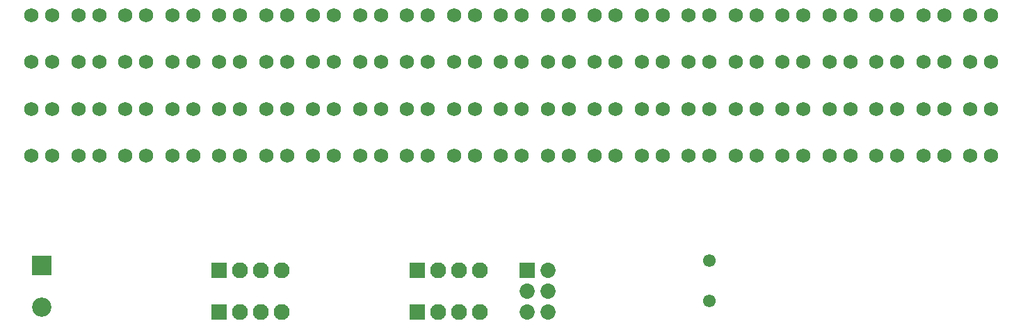
<source format=gbs>
%FSLAX34Y34*%
G04 Gerber Fmt 3.4, Leading zero omitted, Abs format*
G04 (created by PCBNEW (2014-03-18 BZR 4754)-product) date Tue 01 Apr 2014 07:57:49 PM CDT*
%MOIN*%
G01*
G70*
G90*
G04 APERTURE LIST*
%ADD10C,0.006000*%
%ADD11R,0.076866X0.076866*%
%ADD12C,0.076866*%
%ADD13R,0.092614X0.092614*%
%ADD14C,0.092614*%
%ADD15C,0.068992*%
%ADD16R,0.072929X0.072929*%
%ADD17C,0.072929*%
%ADD18C,0.061118*%
G04 APERTURE END LIST*
G54D10*
G54D11*
X48950Y-51050D03*
G54D12*
X49950Y-51050D03*
X50950Y-51050D03*
X51950Y-51050D03*
G54D11*
X48950Y-49050D03*
G54D12*
X49950Y-49050D03*
X50950Y-49050D03*
X51950Y-49050D03*
G54D11*
X39450Y-49050D03*
G54D12*
X40450Y-49050D03*
X41450Y-49050D03*
X42450Y-49050D03*
G54D11*
X39450Y-51050D03*
G54D12*
X40450Y-51050D03*
X41450Y-51050D03*
X42450Y-51050D03*
G54D13*
X30950Y-48800D03*
G54D14*
X30950Y-50800D03*
G54D15*
X30450Y-36800D03*
X31450Y-36800D03*
X30450Y-39050D03*
X31450Y-39050D03*
X30450Y-41300D03*
X31450Y-41300D03*
X30450Y-43550D03*
X31450Y-43550D03*
X75450Y-36800D03*
X76450Y-36800D03*
X75450Y-39050D03*
X76450Y-39050D03*
X75450Y-41300D03*
X76450Y-41300D03*
X75450Y-43550D03*
X76450Y-43550D03*
X32700Y-36800D03*
X33700Y-36800D03*
X32700Y-39050D03*
X33700Y-39050D03*
X32700Y-41300D03*
X33700Y-41300D03*
X32700Y-43550D03*
X33700Y-43550D03*
X73200Y-36800D03*
X74200Y-36800D03*
X73200Y-39050D03*
X74200Y-39050D03*
X73200Y-41300D03*
X74200Y-41300D03*
X73200Y-43550D03*
X74200Y-43550D03*
X34950Y-36800D03*
X35950Y-36800D03*
X34950Y-39050D03*
X35950Y-39050D03*
X34950Y-41300D03*
X35950Y-41300D03*
X34950Y-43550D03*
X35950Y-43550D03*
X70950Y-36800D03*
X71950Y-36800D03*
X70950Y-39050D03*
X71950Y-39050D03*
X70950Y-41300D03*
X71950Y-41300D03*
X70950Y-43550D03*
X71950Y-43550D03*
X37200Y-36800D03*
X38200Y-36800D03*
X37200Y-39050D03*
X38200Y-39050D03*
X37200Y-41300D03*
X38200Y-41300D03*
X37200Y-43550D03*
X38200Y-43550D03*
X68700Y-36800D03*
X69700Y-36800D03*
X68700Y-39050D03*
X69700Y-39050D03*
X68700Y-41300D03*
X69700Y-41300D03*
X68700Y-43550D03*
X69700Y-43550D03*
X39450Y-36800D03*
X40450Y-36800D03*
X39450Y-39050D03*
X40450Y-39050D03*
X39450Y-41300D03*
X40450Y-41300D03*
X39450Y-43550D03*
X40450Y-43550D03*
X66450Y-36800D03*
X67450Y-36800D03*
X66450Y-39050D03*
X67450Y-39050D03*
X66450Y-41300D03*
X67450Y-41300D03*
X66450Y-43550D03*
X67450Y-43550D03*
X41700Y-36800D03*
X42700Y-36800D03*
X41700Y-39050D03*
X42700Y-39050D03*
X41700Y-41300D03*
X42700Y-41300D03*
X41700Y-43550D03*
X42700Y-43550D03*
X64200Y-36800D03*
X65200Y-36800D03*
X64200Y-39050D03*
X65200Y-39050D03*
X64200Y-41300D03*
X65200Y-41300D03*
X64200Y-43550D03*
X65200Y-43550D03*
X43950Y-36800D03*
X44950Y-36800D03*
X43950Y-39050D03*
X44950Y-39050D03*
X43950Y-41300D03*
X44950Y-41300D03*
X43950Y-43550D03*
X44950Y-43550D03*
X61950Y-36800D03*
X62950Y-36800D03*
X61950Y-39050D03*
X62950Y-39050D03*
X61950Y-41300D03*
X62950Y-41300D03*
X61950Y-43550D03*
X62950Y-43550D03*
X46200Y-36800D03*
X47200Y-36800D03*
X46200Y-39050D03*
X47200Y-39050D03*
X46200Y-41300D03*
X47200Y-41300D03*
X46200Y-43550D03*
X47200Y-43550D03*
X59700Y-36800D03*
X60700Y-36800D03*
X59700Y-39050D03*
X60700Y-39050D03*
X59700Y-41300D03*
X60700Y-41300D03*
X59700Y-43550D03*
X60700Y-43550D03*
X48450Y-36800D03*
X49450Y-36800D03*
X48450Y-39050D03*
X49450Y-39050D03*
X48450Y-41300D03*
X49450Y-41300D03*
X48450Y-43550D03*
X49450Y-43550D03*
X57450Y-36800D03*
X58450Y-36800D03*
X57450Y-39050D03*
X58450Y-39050D03*
X57450Y-41300D03*
X58450Y-41300D03*
X57450Y-43550D03*
X58450Y-43550D03*
X50700Y-36800D03*
X51700Y-36800D03*
X50700Y-39050D03*
X51700Y-39050D03*
X50700Y-41300D03*
X51700Y-41300D03*
X50700Y-43550D03*
X51700Y-43550D03*
X55200Y-36800D03*
X56200Y-36800D03*
X55200Y-39050D03*
X56200Y-39050D03*
X55200Y-41300D03*
X56200Y-41300D03*
X55200Y-43550D03*
X56200Y-43550D03*
X52950Y-36800D03*
X53950Y-36800D03*
X52950Y-39050D03*
X53950Y-39050D03*
X52950Y-41300D03*
X53950Y-41300D03*
X52950Y-43550D03*
X53950Y-43550D03*
G54D16*
X54200Y-49050D03*
G54D17*
X55200Y-49050D03*
X54200Y-50050D03*
X55200Y-50050D03*
X54200Y-51050D03*
X55200Y-51050D03*
G54D18*
X62950Y-50510D03*
X62950Y-48589D03*
M02*

</source>
